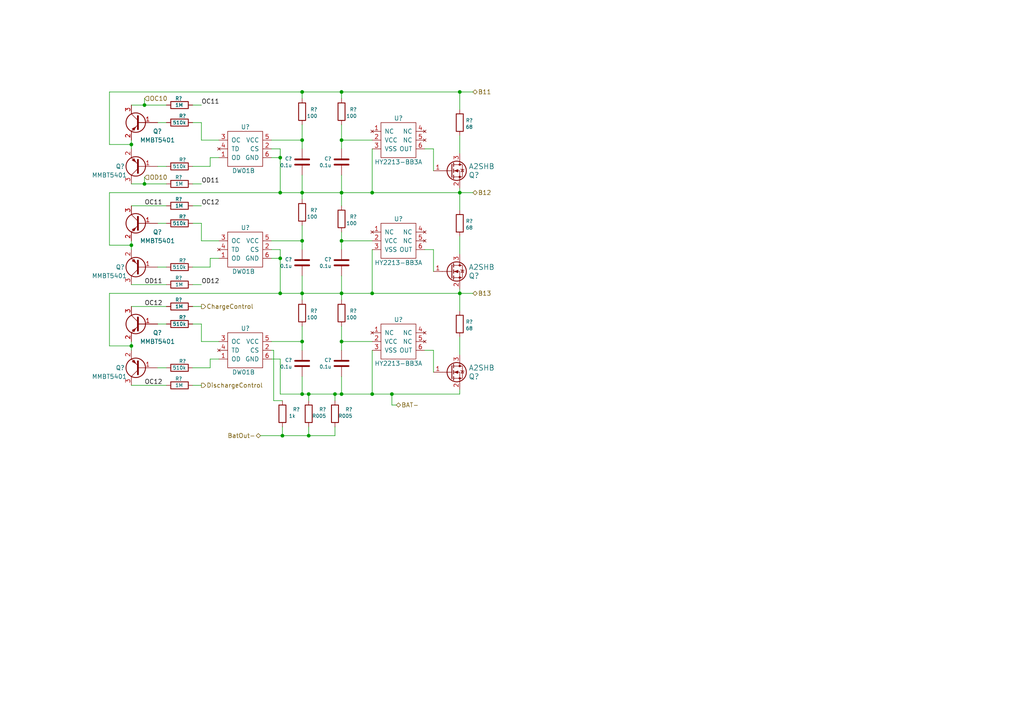
<source format=kicad_sch>
(kicad_sch (version 20230121) (generator eeschema)
  (paper "A4")
  (lib_symbols
    (symbol "Device:C" (pin_numbers hide) (pin_names (offset 0.254))
      (property "Reference" "C" (at 0.635 2.54 0))
      (property "Value" "C" (at 0.635 -2.54 0))
      (symbol "C_0_1"
        (polyline (pts (xy -2.032 -0.762) (xy 2.032 -0.762)) (stroke (width 0.508)))
        (polyline (pts (xy -2.032 0.762) (xy 2.032 0.762)) (stroke (width 0.508)))
      )
      (symbol "C_1_1"
        (pin passive line (at 0 3.81 270) (length 2.794) (name "~") (number "1"))
        (pin passive line (at 0 -3.81 90) (length 2.794) (name "~") (number "2"))
      )
    )
    (symbol "Device:Q_NMOS_GSD" (pin_names (offset 0) hide)
      (property "Reference" "Q" (at 5.08 1.27 0))
      (property "Value" "Q_NMOS_GSD" (at 5.08 -1.27 0))
      (symbol "Q_NMOS_GSD_0_1"
        (polyline (pts (xy 0.254 0) (xy -2.54 0)))
        (polyline (pts (xy 0.254 1.905) (xy 0.254 -1.905)) (stroke (width 0.254)))
        (polyline (pts (xy 0.762 -1.27) (xy 0.762 -2.286)) (stroke (width 0.254)))
        (polyline (pts (xy 0.762 0.508) (xy 0.762 -0.508)) (stroke (width 0.254)))
        (polyline (pts (xy 0.762 2.286) (xy 0.762 1.27)) (stroke (width 0.254)))
        (polyline (pts (xy 2.54 2.54) (xy 2.54 1.778)))
        (polyline (pts (xy 2.54 -2.54) (xy 2.54 0) (xy 0.762 0)))
        (polyline (pts (xy 0.762 -1.778) (xy 3.302 -1.778) (xy 3.302 1.778) (xy 0.762 1.778)))
        (polyline (pts (xy 1.016 0) (xy 2.032 0.381) (xy 2.032 -0.381) (xy 1.016 0)) (fill (type outline)))
        (polyline (pts (xy 2.794 0.508) (xy 2.921 0.381) (xy 3.683 0.381) (xy 3.81 0.254)))
        (polyline (pts (xy 3.302 0.381) (xy 2.921 -0.254) (xy 3.683 -0.254) (xy 3.302 0.381)))
        (circle (center 1.651 0) (radius 2.794) (stroke (width 0.254)))
        (circle (center 2.54 -1.778) (radius 0.254) (fill (type outline)))
        (circle (center 2.54 1.778) (radius 0.254) (fill (type outline)))
      )
      (symbol "Q_NMOS_GSD_1_1"
        (pin input line (at -5.08 0 0) (length 2.54) (name "G") (number "1"))
        (pin passive line (at 2.54 -5.08 90) (length 2.54) (name "S") (number "2"))
        (pin passive line (at 2.54 5.08 270) (length 2.54) (name "D") (number "3"))
      )
    )
    (symbol "Device:Q_PNP_BEC" (pin_names (offset 0) hide)
      (property "Reference" "Q" (at 5.08 1.27 0))
      (property "Value" "Q_PNP_BEC" (at 5.08 -1.27 0))
      (symbol "Q_PNP_BEC_0_1"
        (polyline (pts (xy 0.635 0.635) (xy 2.54 2.54)))
        (polyline (pts (xy 0.635 -0.635) (xy 2.54 -2.54) (xy 2.54 -2.54)))
        (polyline (pts (xy 0.635 1.905) (xy 0.635 -1.905) (xy 0.635 -1.905)) (stroke (width 0.508)))
        (polyline (pts (xy 2.286 -1.778) (xy 1.778 -2.286) (xy 1.27 -1.27) (xy 2.286 -1.778) (xy 2.286 -1.778)) (fill (type outline)))
        (circle (center 1.27 0) (radius 2.8194) (stroke (width 0.254)))
      )
      (symbol "Q_PNP_BEC_1_1"
        (pin input line (at -5.08 0 0) (length 5.715) (name "B") (number "1"))
        (pin passive line (at 2.54 -5.08 90) (length 2.54) (name "E") (number "2"))
        (pin passive line (at 2.54 5.08 270) (length 2.54) (name "C") (number "3"))
      )
    )
    (symbol "Device:R" (pin_numbers hide) (pin_names (offset 0))
      (property "Reference" "R" (at 2.032 0 90))
      (property "Value" "R" (at 0 0 90))
      (symbol "R_0_1"
        (rectangle (start -1.016 -2.54) (end 1.016 2.54) (stroke (width 0.254)))
      )
      (symbol "R_1_1"
        (pin passive line (at 0 3.81 270) (length 1.27) (name "~") (number "1"))
        (pin passive line (at 0 -3.81 90) (length 1.27) (name "~") (number "2"))
      )
    )
    (symbol "bms:DW01" (pin_names (offset 1.016))
      (property "Reference" "U" (at 0 0 0))
      (property "Value" "DW01" (at 0 0 0))
      (symbol "DW01_0_1"
        (rectangle (start -5.08 12.7) (end 5.08 2.54))
      )
      (symbol "DW01_1_1"
        (pin output line (at -7.62 5.08 0) (length 2.54) (name "OD") (number "1"))
        (pin input line (at 7.62 7.62 180) (length 2.54) (name "CS") (number "2"))
        (pin output line (at -7.62 10.16 0) (length 2.54) (name "OC") (number "3"))
        (pin no_connect line (at -7.62 7.62 0) (length 2.54) (name "TD") (number "4"))
        (pin power_in line (at 7.62 10.16 180) (length 2.54) (name "VCC") (number "5"))
        (pin power_in line (at 7.62 5.08 180) (length 2.54) (name "GND") (number "6"))
      )
    )
    (symbol "bms:HY2213-xxxA" (pin_names (offset 1.016))
      (property "Reference" "U" (at 0 0 0))
      (property "Value" "HY2213-xxxA" (at 0 0 0))
      (symbol "HY2213-xxxA_1_1"
        (rectangle (start -5.08 12.7) (end 5.08 2.54))
        (pin no_connect line (at -7.62 10.16 0) (length 2.54) (name "NC") (number "1"))
        (pin power_in line (at -7.62 7.62 0) (length 2.54) (name "VCC") (number "2"))
        (pin power_in line (at -7.62 5.08 0) (length 2.54) (name "VSS") (number "3"))
        (pin no_connect line (at 7.62 10.16 180) (length 2.54) (name "NC") (number "4"))
        (pin no_connect line (at 7.62 7.62 180) (length 2.54) (name "NC") (number "5"))
        (pin output line (at 7.62 5.08 180) (length 2.54) (name "OUT") (number "6"))
      )
    )
  )
  (junction (at 38.1 71.12))
  (junction (at 133.35 85.09))
  (junction (at 38.1 41.91))
  (junction (at 87.63 85.09))
  (junction (at 107.95 85.09))
  (junction (at 87.63 55.88))
  (junction (at 41.91 53.34))
  (junction (at 113.665 114.3))
  (junction (at 99.06 55.88))
  (junction (at 107.95 55.88))
  (junction (at 99.06 26.67))
  (junction (at 81.915 126.365))
  (junction (at 87.63 26.67))
  (junction (at 133.35 26.67))
  (junction (at 81.28 74.93))
  (junction (at 99.06 99.06))
  (junction (at 81.28 85.09))
  (junction (at 38.1 100.33))
  (junction (at 87.63 69.85))
  (junction (at 89.535 126.365))
  (junction (at 99.06 69.85))
  (junction (at 107.95 114.3))
  (junction (at 97.155 114.3))
  (junction (at 87.63 99.06))
  (junction (at 87.63 114.3))
  (junction (at 81.28 55.88))
  (junction (at 99.06 114.3))
  (junction (at 81.28 45.72))
  (junction (at 89.535 114.3))
  (junction (at 87.63 40.64))
  (junction (at 41.91 30.48))
  (junction (at 99.06 85.09))
  (junction (at 99.06 40.64))
  (junction (at 133.35 55.88))
  (wire (pts (xy 99.06 94.615) (xy 99.06 99.06)))
  (wire (pts (xy 75.565 126.365) (xy 81.915 126.365)))
  (wire (pts (xy 133.35 68.58) (xy 133.35 73.66)))
  (wire (pts (xy 107.95 85.09) (xy 133.35 85.09)))
  (wire (pts (xy 31.75 41.91) (xy 38.1 41.91)))
  (wire (pts (xy 60.96 74.93) (xy 60.96 77.47)))
  (wire (pts (xy 78.74 74.93) (xy 81.28 74.93)))
  (wire (pts (xy 99.06 99.06) (xy 107.95 99.06)))
  (wire (pts (xy 99.06 59.69) (xy 99.06 55.88)))
  (wire (pts (xy 38.1 71.12) (xy 38.1 69.85)))
  (wire (pts (xy 31.75 26.67) (xy 31.75 41.91)))
  (wire (pts (xy 41.91 30.48) (xy 48.26 30.48)))
  (wire (pts (xy 60.96 45.72) (xy 60.96 48.26)))
  (wire (pts (xy 38.1 41.91) (xy 38.1 40.64)))
  (wire (pts (xy 78.74 40.64) (xy 87.63 40.64)))
  (wire (pts (xy 31.75 55.88) (xy 81.28 55.88)))
  (wire (pts (xy 45.72 35.56) (xy 48.26 35.56)))
  (wire (pts (xy 55.88 77.47) (xy 60.96 77.47)))
  (wire (pts (xy 107.95 114.3) (xy 113.665 114.3)))
  (wire (pts (xy 97.155 114.3) (xy 99.06 114.3)))
  (wire (pts (xy 87.63 50.8) (xy 87.63 55.88)))
  (wire (pts (xy 87.63 40.64) (xy 87.63 43.18)))
  (wire (pts (xy 38.1 59.69) (xy 48.26 59.69)))
  (wire (pts (xy 55.88 35.56) (xy 58.42 35.56)))
  (wire (pts (xy 99.06 26.67) (xy 133.35 26.67)))
  (wire (pts (xy 38.1 41.91) (xy 38.1 43.18)))
  (wire (pts (xy 38.1 88.9) (xy 48.26 88.9)))
  (wire (pts (xy 99.06 28.575) (xy 99.06 26.67)))
  (wire (pts (xy 81.28 55.88) (xy 87.63 55.88)))
  (wire (pts (xy 113.665 117.475) (xy 114.935 117.475)))
  (wire (pts (xy 125.73 49.53) (xy 125.73 43.18)))
  (wire (pts (xy 81.28 85.09) (xy 87.63 85.09)))
  (wire (pts (xy 87.63 85.09) (xy 99.06 85.09)))
  (wire (pts (xy 63.5 104.14) (xy 60.96 104.14)))
  (wire (pts (xy 99.06 85.09) (xy 107.95 85.09)))
  (wire (pts (xy 58.42 40.64) (xy 63.5 40.64)))
  (wire (pts (xy 45.72 93.98) (xy 48.26 93.98)))
  (wire (pts (xy 107.95 85.09) (xy 107.95 72.39)))
  (wire (pts (xy 133.35 113.03) (xy 133.35 114.3)))
  (wire (pts (xy 81.28 104.14) (xy 81.28 114.3)))
  (wire (pts (xy 133.35 55.88) (xy 137.16 55.88)))
  (wire (pts (xy 45.72 48.26) (xy 48.26 48.26)))
  (wire (pts (xy 99.06 114.3) (xy 107.95 114.3)))
  (wire (pts (xy 99.06 40.64) (xy 107.95 40.64)))
  (wire (pts (xy 58.42 64.77) (xy 58.42 69.85)))
  (wire (pts (xy 99.06 36.195) (xy 99.06 40.64)))
  (wire (pts (xy 133.35 55.88) (xy 133.35 60.96)))
  (wire (pts (xy 107.95 55.88) (xy 107.95 43.18)))
  (wire (pts (xy 31.75 26.67) (xy 87.63 26.67)))
  (wire (pts (xy 31.75 85.09) (xy 31.75 100.33)))
  (wire (pts (xy 133.35 54.61) (xy 133.35 55.88)))
  (wire (pts (xy 31.75 85.09) (xy 81.28 85.09)))
  (wire (pts (xy 55.88 53.34) (xy 58.42 53.34)))
  (wire (pts (xy 58.42 93.98) (xy 58.42 99.06)))
  (wire (pts (xy 87.63 80.01) (xy 87.63 85.09)))
  (wire (pts (xy 87.63 69.85) (xy 87.63 72.39)))
  (wire (pts (xy 133.35 26.67) (xy 137.16 26.67)))
  (wire (pts (xy 87.63 85.09) (xy 87.63 86.995)))
  (wire (pts (xy 41.91 28.575) (xy 41.91 30.48)))
  (wire (pts (xy 89.535 123.825) (xy 89.535 126.365)))
  (wire (pts (xy 55.88 111.76) (xy 58.42 111.76)))
  (wire (pts (xy 87.63 94.615) (xy 87.63 99.06)))
  (wire (pts (xy 87.63 65.405) (xy 87.63 69.85)))
  (wire (pts (xy 113.665 114.3) (xy 113.665 117.475)))
  (wire (pts (xy 87.63 114.3) (xy 89.535 114.3)))
  (wire (pts (xy 99.06 69.85) (xy 99.06 72.39)))
  (wire (pts (xy 45.72 106.68) (xy 48.26 106.68)))
  (wire (pts (xy 99.06 69.85) (xy 107.95 69.85)))
  (wire (pts (xy 41.91 53.34) (xy 48.26 53.34)))
  (wire (pts (xy 58.42 99.06) (xy 63.5 99.06)))
  (wire (pts (xy 87.63 36.195) (xy 87.63 40.64)))
  (wire (pts (xy 99.06 109.22) (xy 99.06 114.3)))
  (wire (pts (xy 99.06 50.8) (xy 99.06 55.88)))
  (wire (pts (xy 38.1 100.33) (xy 38.1 101.6)))
  (wire (pts (xy 38.1 71.12) (xy 38.1 72.39)))
  (wire (pts (xy 55.88 106.68) (xy 60.96 106.68)))
  (wire (pts (xy 87.63 109.22) (xy 87.63 114.3)))
  (wire (pts (xy 55.88 88.9) (xy 58.42 88.9)))
  (wire (pts (xy 99.06 80.01) (xy 99.06 85.09)))
  (wire (pts (xy 89.535 114.3) (xy 89.535 116.205)))
  (wire (pts (xy 63.5 45.72) (xy 60.96 45.72)))
  (wire (pts (xy 87.63 26.67) (xy 87.63 28.575)))
  (wire (pts (xy 81.28 72.39) (xy 81.28 74.93)))
  (wire (pts (xy 55.88 48.26) (xy 60.96 48.26)))
  (wire (pts (xy 133.35 39.37) (xy 133.35 44.45)))
  (wire (pts (xy 87.63 99.06) (xy 87.63 101.6)))
  (wire (pts (xy 89.535 114.3) (xy 97.155 114.3)))
  (wire (pts (xy 81.28 74.93) (xy 81.28 85.09)))
  (wire (pts (xy 97.155 114.3) (xy 97.155 116.205)))
  (wire (pts (xy 125.73 78.74) (xy 125.73 72.39)))
  (wire (pts (xy 38.1 82.55) (xy 48.26 82.55)))
  (wire (pts (xy 107.95 114.3) (xy 107.95 101.6)))
  (wire (pts (xy 55.88 59.69) (xy 58.42 59.69)))
  (wire (pts (xy 78.74 43.18) (xy 81.28 43.18)))
  (wire (pts (xy 31.75 71.12) (xy 38.1 71.12)))
  (wire (pts (xy 133.35 26.67) (xy 133.35 31.75)))
  (wire (pts (xy 31.75 55.88) (xy 31.75 71.12)))
  (wire (pts (xy 78.74 101.6) (xy 79.375 101.6)))
  (wire (pts (xy 63.5 74.93) (xy 60.96 74.93)))
  (wire (pts (xy 133.35 85.09) (xy 137.16 85.09)))
  (wire (pts (xy 55.88 82.55) (xy 58.42 82.55)))
  (wire (pts (xy 58.42 35.56) (xy 58.42 40.64)))
  (wire (pts (xy 125.73 72.39) (xy 123.19 72.39)))
  (wire (pts (xy 87.63 55.88) (xy 99.06 55.88)))
  (wire (pts (xy 45.72 77.47) (xy 48.26 77.47)))
  (wire (pts (xy 99.06 55.88) (xy 107.95 55.88)))
  (wire (pts (xy 113.665 114.3) (xy 133.35 114.3)))
  (wire (pts (xy 133.35 97.79) (xy 133.35 102.87)))
  (wire (pts (xy 81.915 123.825) (xy 81.915 126.365)))
  (wire (pts (xy 81.28 114.3) (xy 87.63 114.3)))
  (wire (pts (xy 81.915 126.365) (xy 89.535 126.365)))
  (wire (pts (xy 38.1 100.33) (xy 38.1 99.06)))
  (wire (pts (xy 55.88 64.77) (xy 58.42 64.77)))
  (wire (pts (xy 58.42 69.85) (xy 63.5 69.85)))
  (wire (pts (xy 99.06 40.64) (xy 99.06 43.18)))
  (wire (pts (xy 60.96 104.14) (xy 60.96 106.68)))
  (wire (pts (xy 99.06 86.995) (xy 99.06 85.09)))
  (wire (pts (xy 133.35 85.09) (xy 133.35 90.17)))
  (wire (pts (xy 78.74 69.85) (xy 87.63 69.85)))
  (wire (pts (xy 81.28 45.72) (xy 81.28 55.88)))
  (wire (pts (xy 125.73 43.18) (xy 123.19 43.18)))
  (wire (pts (xy 107.95 55.88) (xy 133.35 55.88)))
  (wire (pts (xy 99.06 99.06) (xy 99.06 101.6)))
  (wire (pts (xy 38.1 111.76) (xy 48.26 111.76)))
  (wire (pts (xy 78.74 72.39) (xy 81.28 72.39)))
  (wire (pts (xy 78.74 99.06) (xy 87.63 99.06)))
  (wire (pts (xy 87.63 26.67) (xy 99.06 26.67)))
  (wire (pts (xy 133.35 83.82) (xy 133.35 85.09)))
  (wire (pts (xy 79.375 116.205) (xy 81.915 116.205)))
  (wire (pts (xy 78.74 104.14) (xy 81.28 104.14)))
  (wire (pts (xy 78.74 45.72) (xy 81.28 45.72)))
  (wire (pts (xy 38.1 53.34) (xy 41.91 53.34)))
  (wire (pts (xy 41.91 51.435) (xy 41.91 53.34)))
  (wire (pts (xy 38.1 30.48) (xy 41.91 30.48)))
  (wire (pts (xy 45.72 64.77) (xy 48.26 64.77)))
  (wire (pts (xy 125.73 101.6) (xy 123.19 101.6)))
  (wire (pts (xy 81.28 43.18) (xy 81.28 45.72)))
  (wire (pts (xy 89.535 126.365) (xy 97.155 126.365)))
  (wire (pts (xy 55.88 93.98) (xy 58.42 93.98)))
  (wire (pts (xy 79.375 101.6) (xy 79.375 116.205)))
  (wire (pts (xy 99.06 67.31) (xy 99.06 69.85)))
  (wire (pts (xy 31.75 100.33) (xy 38.1 100.33)))
  (wire (pts (xy 55.88 30.48) (xy 58.42 30.48)))
  (wire (pts (xy 125.73 107.95) (xy 125.73 101.6)))
  (wire (pts (xy 87.63 55.88) (xy 87.63 57.785)))
  (wire (pts (xy 97.155 123.825) (xy 97.155 126.365)))
  (label "OC11" (at 41.91 59.69 0))
  (label "OD11" (at 58.42 53.34 0))
  (label "OC12" (at 41.91 111.76 0))
  (label "OC12" (at 58.42 59.69 0))
  (label "OD12" (at 58.42 82.55 0))
  (label "OC12" (at 41.91 88.9 0))
  (label "OD11" (at 41.91 82.55 0))
  (label "OC11" (at 58.42 30.48 0))
  (hierarchical_label "BatOut-" (shape bidirectional) (at 75.565 126.365 180))
  (hierarchical_label "B13" (shape bidirectional) (at 137.16 85.09 0))
  (hierarchical_label "B12" (shape bidirectional) (at 137.16 55.88 0))
  (hierarchical_label "BAT-" (shape bidirectional) (at 114.935 117.475 0))
  (hierarchical_label "B11" (shape bidirectional) (at 137.16 26.67 0))
  (hierarchical_label "OD10" (shape input) (at 41.91 51.435 0))
  (hierarchical_label "ChargeControl" (shape output) (at 58.42 88.9 0))
  (hierarchical_label "DischargeControl" (shape output) (at 58.42 111.76 0))
  (hierarchical_label "OC10" (shape input) (at 41.91 28.575 0))
  (symbol (lib_id "Device:R") (at 99.06 63.5 0) (mirror y) (unit 1)
    (property "Reference" "R?" (at 103.505 62.865 0) (effects (font (size 1.016 1.016)) (justify left)))
    (property "Value" "100" (at 103.505 64.77 0) (effects (font (size 1.016 1.016)) (justify left)))
    (property "Footprint" "Resistor_SMD:R_0603_1608Metric" (effects hide))
    (property "Label" "101" (effects hide))
    (instances (project "eboardx_bms" (path "" (reference "R?") (unit 1)) (path "" (reference "R?") (unit 1)) (path "" (reference "R25") (unit 1))))
  )
  (symbol (lib_id "Device:C") (at 99.06 46.99 0) (mirror y) (unit 1)
    (property "Reference" "C?" (at 96.139 46.0248 0) (effects (font (size 1.016 1.016)) (justify left)))
    (property "Value" "0.1u" (at 96.139 47.9552 0) (effects (font (size 1.016 1.016)) (justify left)))
    (property "Footprint" "Capacitor_SMD:C_0603_1608Metric" (effects hide))
    (instances (project "eboardx_bms" (path "" (reference "C?") (unit 1)) (path "" (reference "C?") (unit 1)) (path "" (reference "C24") (unit 1))))
  )
  (symbol (lib_id "Device:C") (at 87.63 105.41 0) (mirror y) (unit 1)
    (property "Reference" "C?" (at 84.709 104.4448 0) (effects (font (size 1.016 1.016)) (justify left)))
    (property "Value" "0.1u" (at 84.709 106.3752 0) (effects (font (size 1.016 1.016)) (justify left)))
    (property "Footprint" "Capacitor_SMD:C_0603_1608Metric" (effects hide))
    (instances (project "eboardx_bms" (path "" (reference "C?") (unit 1)) (path "" (reference "C?") (unit 1)) (path "" (reference "C13") (unit 1))))
  )
  (symbol (lib_id "bms:HY2213-xxxA") (at 115.57 106.68 0) (unit 1)
    (property "Reference" "U?" (at 115.57 92.71 0))
    (property "Value" "HY2213-BB3A" (at 115.57 105.41 0))
    (property "Footprint" "Package_TO_SOT_SMD:SOT-23-6" (effects hide))
    (instances (project "eboardx_bms" (path "" (reference "U?") (unit 1)) (path "" (reference "U?") (unit 1)) (path "" (reference "U26") (unit 1))))
  )
  (symbol (lib_id "Device:R") (at 133.35 64.77 0) (mirror y) (unit 1)
    (property "Reference" "R?" (at 137.16 64.135 0) (effects (font (size 1.016 1.016)) (justify left)))
    (property "Value" "68" (at 137.16 66.04 0) (effects (font (size 1.016 1.016)) (justify left)))
    (property "Footprint" "Resistor_SMD:R_2512_6332Metric" (effects hide))
    (property "Label" "680" (effects hide))
    (instances (project "eboardx_bms" (path "" (reference "R?") (unit 1)) (path "" (reference "R?") (unit 1)) (path "" (reference "R38") (unit 1))))
  )
  (symbol (lib_id "bms:DW01") (at 71.12 50.8 0) (unit 1)
    (property "Reference" "U?" (at 69.85 36.83 0) (effects (justify left)))
    (property "Value" "DW01B" (at 67.31 49.53 0) (effects (justify left)))
    (property "Footprint" "Package_TO_SOT_SMD:SOT-23-6" (effects hide))
    (instances (project "eboardx_bms" (path "" (reference "U?") (unit 1)) (path "" (reference "U?") (unit 1)) (path "" (reference "U11") (unit 1))))
  )
  (symbol (lib_id "Device:Q_PNP_BEC") (at 40.64 93.98 0) (mirror y) (unit 1)
    (property "Reference" "Q?" (at 46.99 96.52 0) (effects (justify left)))
    (property "Value" "MMBT5401" (at 50.8 99.06 0) (effects (justify left)))
    (property "Footprint" "Package_TO_SOT_SMD:SOT-23" (effects hide))
    (instances (project "eboardx_bms" (path "" (reference "Q?") (unit 1)) (path "" (reference "Q?") (unit 1)) (path "" (reference "Q48") (unit 1))))
  )
  (symbol (lib_id "Device:R") (at 52.07 93.98 90) (unit 1)
    (property "Reference" "R?" (at 53.975 92.075 90) (effects (font (size 1.016 1.016)) (justify left)))
    (property "Value" "510k" (at 53.975 93.98 90) (effects (font (size 1.016 1.016)) (justify left)))
    (property "Footprint" "Resistor_SMD:R_0603_1608Metric" (effects hide))
    (property "Label" "514" (effects hide))
    (instances (project "eboardx_bms" (path "" (reference "R?") (unit 1)) (path "" (reference "R?") (unit 1)) (path "" (reference "R64") (unit 1))))
  )
  (symbol (lib_id "Device:R") (at 52.07 35.56 90) (unit 1)
    (property "Reference" "R?" (at 53.975 33.655 90) (effects (font (size 1.016 1.016)) (justify left)))
    (property "Value" "510k" (at 53.975 35.56 90) (effects (font (size 1.016 1.016)) (justify left)))
    (property "Footprint" "Resistor_SMD:R_0603_1608Metric" (effects hide))
    (property "Label" "514" (effects hide))
    (instances (project "eboardx_bms" (path "" (reference "R?") (unit 1)) (path "" (reference "R?") (unit 1)) (path "" (reference "R60") (unit 1))))
  )
  (symbol (lib_id "Device:R") (at 52.07 64.77 90) (unit 1)
    (property "Reference" "R?" (at 53.975 62.865 90) (effects (font (size 1.016 1.016)) (justify left)))
    (property "Value" "510k" (at 53.975 64.77 90) (effects (font (size 1.016 1.016)) (justify left)))
    (property "Footprint" "Resistor_SMD:R_0603_1608Metric" (effects hide))
    (property "Label" "514" (effects hide))
    (instances (project "eboardx_bms" (path "" (reference "R?") (unit 1)) (path "" (reference "R?") (unit 1)) (path "" (reference "R62") (unit 1))))
  )
  (symbol (lib_id "Device:R") (at 52.07 48.26 90) (unit 1)
    (property "Reference" "R?" (at 53.975 46.355 90) (effects (font (size 1.016 1.016)) (justify left)))
    (property "Value" "510k" (at 53.975 48.26 90) (effects (font (size 1.016 1.016)) (justify left)))
    (property "Footprint" "Resistor_SMD:R_0603_1608Metric" (effects hide))
    (property "Label" "514" (effects hide))
    (instances (project "eboardx_bms" (path "" (reference "R?") (unit 1)) (path "" (reference "R?") (unit 1)) (path "" (reference "R61") (unit 1))))
  )
  (symbol (lib_id "Device:C") (at 87.63 76.2 0) (mirror y) (unit 1)
    (property "Reference" "C?" (at 84.709 75.2348 0) (effects (font (size 1.016 1.016)) (justify left)))
    (property "Value" "0.1u" (at 84.709 77.1652 0) (effects (font (size 1.016 1.016)) (justify left)))
    (property "Footprint" "Capacitor_SMD:C_0603_1608Metric" (effects hide))
    (instances (project "eboardx_bms" (path "" (reference "C?") (unit 1)) (path "" (reference "C?") (unit 1)) (path "" (reference "C12") (unit 1))))
  )
  (symbol (lib_id "Device:Q_NMOS_GSD") (at 130.81 107.95 0) (unit 1)
    (property "Reference" "Q?" (at 135.89 109.22 0) (effects (font (size 1.524 1.524)) (justify left)))
    (property "Value" "A2SHB" (at 135.89 106.68 0) (effects (font (size 1.524 1.524)) (justify left)))
    (property "Footprint" "Package_TO_SOT_SMD:SOT-23" (effects hide))
    (instances (project "eboardx_bms" (path "" (reference "Q?") (unit 1)) (path "" (reference "Q?") (unit 1)) (path "" (reference "Q23") (unit 1))))
  )
  (symbol (lib_id "Device:R") (at 52.07 82.55 270) (mirror x) (unit 1)
    (property "Reference" "R?" (at 50.8 80.645 90) (effects (font (size 1.016 1.016)) (justify left)))
    (property "Value" "1M" (at 50.8 82.55 90) (effects (font (size 1.016 1.016)) (justify left)))
    (property "Footprint" "Resistor_SMD:R_0603_1608Metric" (effects hide))
    (property "Label" "105" (effects hide))
    (instances (project "eboardx_bms" (path "" (reference "R?") (unit 1)) (path "" (reference "R?") (unit 1)) (path "" (reference "R89") (unit 1))))
  )
  (symbol (lib_id "Device:R") (at 52.07 106.68 90) (unit 1)
    (property "Reference" "R?" (at 53.975 104.775 90) (effects (font (size 1.016 1.016)) (justify left)))
    (property "Value" "510k" (at 53.975 106.68 90) (effects (font (size 1.016 1.016)) (justify left)))
    (property "Footprint" "Resistor_SMD:R_0603_1608Metric" (effects hide))
    (property "Label" "514" (effects hide))
    (instances (project "eboardx_bms" (path "" (reference "R?") (unit 1)) (path "" (reference "R?") (unit 1)) (path "" (reference "R65") (unit 1))))
  )
  (symbol (lib_id "Device:Q_PNP_BEC") (at 40.64 35.56 0) (mirror y) (unit 1)
    (property "Reference" "Q?" (at 46.99 38.1 0) (effects (justify left)))
    (property "Value" "MMBT5401" (at 50.8 40.64 0) (effects (justify left)))
    (property "Footprint" "Package_TO_SOT_SMD:SOT-23" (effects hide))
    (instances (project "eboardx_bms" (path "" (reference "Q?") (unit 1)) (path "" (reference "Q?") (unit 1)) (path "" (reference "Q44") (unit 1))))
  )
  (symbol (lib_id "Device:Q_PNP_BEC") (at 40.64 77.47 180) (unit 1)
    (property "Reference" "Q?" (at 36.195 77.47 0) (effects (justify left)))
    (property "Value" "MMBT5401" (at 36.83 80.01 0) (effects (justify left)))
    (property "Footprint" "Package_TO_SOT_SMD:SOT-23" (effects hide))
    (instances (project "eboardx_bms" (path "" (reference "Q?") (unit 1)) (path "" (reference "Q?") (unit 1)) (path "" (reference "Q47") (unit 1))))
  )
  (symbol (lib_id "Device:Q_NMOS_GSD") (at 130.81 49.53 0) (unit 1)
    (property "Reference" "Q?" (at 135.89 50.8 0) (effects (font (size 1.524 1.524)) (justify left)))
    (property "Value" "A2SHB" (at 135.89 48.26 0) (effects (font (size 1.524 1.524)) (justify left)))
    (property "Footprint" "Package_TO_SOT_SMD:SOT-23" (effects hide))
    (instances (project "eboardx_bms" (path "" (reference "Q?") (unit 1)) (path "" (reference "Q?") (unit 1)) (path "" (reference "Q21") (unit 1))))
  )
  (symbol (lib_id "Device:Q_PNP_BEC") (at 40.64 48.26 180) (unit 1)
    (property "Reference" "Q?" (at 36.195 48.26 0) (effects (justify left)))
    (property "Value" "MMBT5401" (at 36.83 50.8 0) (effects (justify left)))
    (property "Footprint" "Package_TO_SOT_SMD:SOT-23" (effects hide))
    (instances (project "eboardx_bms" (path "" (reference "Q?") (unit 1)) (path "" (reference "Q?") (unit 1)) (path "" (reference "Q45") (unit 1))))
  )
  (symbol (lib_id "Device:R") (at 52.07 53.34 270) (mirror x) (unit 1)
    (property "Reference" "R?" (at 50.8 51.435 90) (effects (font (size 1.016 1.016)) (justify left)))
    (property "Value" "1M" (at 50.8 53.34 90) (effects (font (size 1.016 1.016)) (justify left)))
    (property "Footprint" "Resistor_SMD:R_0603_1608Metric" (effects hide))
    (property "Label" "105" (effects hide))
    (instances (project "eboardx_bms" (path "" (reference "R?") (unit 1)) (path "" (reference "R?") (unit 1)) (path "" (reference "R87") (unit 1))))
  )
  (symbol (lib_id "Device:R") (at 97.155 120.015 0) (mirror y) (unit 1)
    (property "Reference" "R?" (at 102.235 118.745 0) (effects (font (size 1.016 1.016)) (justify left)))
    (property "Value" "R005" (at 102.235 120.65 0) (effects (font (size 1.016 1.016)) (justify left)))
    (property "Footprint" "Resistor_SMD:R_2512_6332Metric" (effects hide))
    (instances (project "eboardx_bms" (path "" (reference "R?") (unit 1)) (path "" (reference "R?") (unit 1)) (path "" (reference "R103") (unit 1))))
  )
  (symbol (lib_id "Device:C") (at 99.06 105.41 0) (mirror y) (unit 1)
    (property "Reference" "C?" (at 96.139 104.4448 0) (effects (font (size 1.016 1.016)) (justify left)))
    (property "Value" "0.1u" (at 96.139 106.3752 0) (effects (font (size 1.016 1.016)) (justify left)))
    (property "Footprint" "Capacitor_SMD:C_0603_1608Metric" (effects hide))
    (instances (project "eboardx_bms" (path "" (reference "C?") (unit 1)) (path "" (reference "C?") (unit 1)) (path "" (reference "C26") (unit 1))))
  )
  (symbol (lib_id "Device:R") (at 89.535 120.015 0) (mirror y) (unit 1)
    (property "Reference" "R?" (at 94.615 118.745 0) (effects (font (size 1.016 1.016)) (justify left)))
    (property "Value" "R005" (at 94.615 120.65 0) (effects (font (size 1.016 1.016)) (justify left)))
    (property "Footprint" "Resistor_SMD:R_2512_6332Metric" (effects hide))
    (instances (project "eboardx_bms" (path "" (reference "R?") (unit 1)) (path "" (reference "R?") (unit 1)) (path "" (reference "R102") (unit 1))))
  )
  (symbol (lib_id "Device:R") (at 133.35 35.56 0) (mirror y) (unit 1)
    (property "Reference" "R?" (at 137.16 34.925 0) (effects (font (size 1.016 1.016)) (justify left)))
    (property "Value" "68" (at 137.16 36.83 0) (effects (font (size 1.016 1.016)) (justify left)))
    (property "Footprint" "Resistor_SMD:R_2512_6332Metric" (effects hide))
    (property "Label" "680" (effects hide))
    (instances (project "eboardx_bms" (path "" (reference "R?") (unit 1)) (path "" (reference "R?") (unit 1)) (path "" (reference "R37") (unit 1))))
  )
  (symbol (lib_id "Device:R") (at 52.07 30.48 270) (mirror x) (unit 1)
    (property "Reference" "R?" (at 50.8 28.575 90) (effects (font (size 1.016 1.016)) (justify left)))
    (property "Value" "1M" (at 50.8 30.48 90) (effects (font (size 1.016 1.016)) (justify left)))
    (property "Footprint" "Resistor_SMD:R_0603_1608Metric" (effects hide))
    (property "Label" "105" (effects hide))
    (instances (project "eboardx_bms" (path "" (reference "R?") (unit 1)) (path "" (reference "R?") (unit 1)) (path "" (reference "R86") (unit 1))))
  )
  (symbol (lib_id "Device:R") (at 133.35 93.98 0) (mirror y) (unit 1)
    (property "Reference" "R?" (at 137.16 93.345 0) (effects (font (size 1.016 1.016)) (justify left)))
    (property "Value" "68" (at 137.16 95.25 0) (effects (font (size 1.016 1.016)) (justify left)))
    (property "Footprint" "Resistor_SMD:R_2512_6332Metric" (effects hide))
    (property "Label" "680" (effects hide))
    (instances (project "eboardx_bms" (path "" (reference "R?") (unit 1)) (path "" (reference "R?") (unit 1)) (path "" (reference "R39") (unit 1))))
  )
  (symbol (lib_id "bms:HY2213-xxxA") (at 115.57 77.47 0) (unit 1)
    (property "Reference" "U?" (at 115.57 63.5 0))
    (property "Value" "HY2213-BB3A" (at 115.57 76.2 0))
    (property "Footprint" "Package_TO_SOT_SMD:SOT-23-6" (effects hide))
    (instances (project "eboardx_bms" (path "" (reference "U?") (unit 1)) (path "" (reference "U?") (unit 1)) (path "" (reference "U25") (unit 1))))
  )
  (symbol (lib_id "Device:R") (at 87.63 90.805 0) (mirror y) (unit 1)
    (property "Reference" "R?" (at 92.075 90.17 0) (effects (font (size 1.016 1.016)) (justify left)))
    (property "Value" "100" (at 92.075 92.075 0) (effects (font (size 1.016 1.016)) (justify left)))
    (property "Footprint" "Resistor_SMD:R_0603_1608Metric" (effects hide))
    (property "Label" "101" (effects hide))
    (instances (project "eboardx_bms" (path "" (reference "R?") (unit 1)) (path "" (reference "R?") (unit 1)) (path "" (reference "R13") (unit 1))))
  )
  (symbol (lib_id "Device:C") (at 87.63 46.99 0) (mirror y) (unit 1)
    (property "Reference" "C?" (at 84.709 46.0248 0) (effects (font (size 1.016 1.016)) (justify left)))
    (property "Value" "0.1u" (at 84.709 47.9552 0) (effects (font (size 1.016 1.016)) (justify left)))
    (property "Footprint" "Capacitor_SMD:C_0603_1608Metric" (effects hide))
    (instances (project "eboardx_bms" (path "" (reference "C?") (unit 1)) (path "" (reference "C?") (unit 1)) (path "" (reference "C11") (unit 1))))
  )
  (symbol (lib_id "Device:R") (at 87.63 32.385 0) (mirror y) (unit 1)
    (property "Reference" "R?" (at 92.075 31.75 0) (effects (font (size 1.016 1.016)) (justify left)))
    (property "Value" "100" (at 92.075 33.655 0) (effects (font (size 1.016 1.016)) (justify left)))
    (property "Footprint" "Resistor_SMD:R_0603_1608Metric" (effects hide))
    (property "Label" "101" (effects hide))
    (instances (project "eboardx_bms" (path "" (reference "R?") (unit 1)) (path "" (reference "R?") (unit 1)) (path "" (reference "R11") (unit 1))))
  )
  (symbol (lib_id "Device:R") (at 87.63 61.595 0) (mirror y) (unit 1)
    (property "Reference" "R?" (at 92.075 60.96 0) (effects (font (size 1.016 1.016)) (justify left)))
    (property "Value" "100" (at 92.075 62.865 0) (effects (font (size 1.016 1.016)) (justify left)))
    (property "Footprint" "Resistor_SMD:R_0603_1608Metric" (effects hide))
    (property "Label" "101" (effects hide))
    (instances (project "eboardx_bms" (path "" (reference "R?") (unit 1)) (path "" (reference "R?") (unit 1)) (path "" (reference "R12") (unit 1))))
  )
  (symbol (lib_id "Device:Q_PNP_BEC") (at 40.64 106.68 180) (unit 1)
    (property "Reference" "Q?" (at 36.195 106.68 0) (effects (justify left)))
    (property "Value" "MMBT5401" (at 36.83 109.22 0) (effects (justify left)))
    (property "Footprint" "Package_TO_SOT_SMD:SOT-23" (effects hide))
    (instances (project "eboardx_bms" (path "" (reference "Q?") (unit 1)) (path "" (reference "Q?") (unit 1)) (path "" (reference "Q49") (unit 1))))
  )
  (symbol (lib_id "Device:R") (at 52.07 111.76 270) (mirror x) (unit 1)
    (property "Reference" "R?" (at 50.8 109.855 90) (effects (font (size 1.016 1.016)) (justify left)))
    (property "Value" "1M" (at 50.8 111.76 90) (effects (font (size 1.016 1.016)) (justify left)))
    (property "Footprint" "Resistor_SMD:R_0603_1608Metric" (effects hide))
    (property "Label" "105" (effects hide))
    (instances (project "eboardx_bms" (path "" (reference "R?") (unit 1)) (path "" (reference "R?") (unit 1)) (path "" (reference "R91") (unit 1))))
  )
  (symbol (lib_id "Device:Q_NMOS_GSD") (at 130.81 78.74 0) (unit 1)
    (property "Reference" "Q?" (at 135.89 80.01 0) (effects (font (size 1.524 1.524)) (justify left)))
    (property "Value" "A2SHB" (at 135.89 77.47 0) (effects (font (size 1.524 1.524)) (justify left)))
    (property "Footprint" "Package_TO_SOT_SMD:SOT-23" (effects hide))
    (instances (project "eboardx_bms" (path "" (reference "Q?") (unit 1)) (path "" (reference "Q?") (unit 1)) (path "" (reference "Q22") (unit 1))))
  )
  (symbol (lib_id "bms:HY2213-xxxA") (at 115.57 48.26 0) (unit 1)
    (property "Reference" "U?" (at 115.57 34.29 0))
    (property "Value" "HY2213-BB3A" (at 115.57 46.99 0))
    (property "Footprint" "Package_TO_SOT_SMD:SOT-23-6" (effects hide))
    (instances (project "eboardx_bms" (path "" (reference "U?") (unit 1)) (path "" (reference "U?") (unit 1)) (path "" (reference "U24") (unit 1))))
  )
  (symbol (lib_id "Device:Q_PNP_BEC") (at 40.64 64.77 0) (mirror y) (unit 1)
    (property "Reference" "Q?" (at 46.99 67.31 0) (effects (justify left)))
    (property "Value" "MMBT5401" (at 50.8 69.85 0) (effects (justify left)))
    (property "Footprint" "Package_TO_SOT_SMD:SOT-23" (effects hide))
    (instances (project "eboardx_bms" (path "" (reference "Q?") (unit 1)) (path "" (reference "Q?") (unit 1)) (path "" (reference "Q46") (unit 1))))
  )
  (symbol (lib_id "Device:R") (at 52.07 59.69 270) (mirror x) (unit 1)
    (property "Reference" "R?" (at 50.8 57.785 90) (effects (font (size 1.016 1.016)) (justify left)))
    (property "Value" "1M" (at 50.8 59.69 90) (effects (font (size 1.016 1.016)) (justify left)))
    (property "Footprint" "Resistor_SMD:R_0603_1608Metric" (effects hide))
    (property "Label" "105" (effects hide))
    (instances (project "eboardx_bms" (path "" (reference "R?") (unit 1)) (path "" (reference "R?") (unit 1)) (path "" (reference "R88") (unit 1))))
  )
  (symbol (lib_id "Device:R") (at 81.915 120.015 0) (mirror y) (unit 1)
    (property "Reference" "R?" (at 86.995 118.745 0) (effects (font (size 1.016 1.016)) (justify left)))
    (property "Value" "1k" (at 85.725 120.65 0) (effects (font (size 1.016 1.016)) (justify left)))
    (property "Footprint" "Resistor_SMD:R_0603_1608Metric" (effects hide))
    (property "Label" "101" (effects hide))
    (instances (project "eboardx_bms" (path "" (reference "R?") (unit 1)) (path "" (reference "R?") (unit 1)) (path "" (reference "R101") (unit 1))))
  )
  (symbol (lib_id "Device:R") (at 52.07 77.47 90) (unit 1)
    (property "Reference" "R?" (at 53.975 75.565 90) (effects (font (size 1.016 1.016)) (justify left)))
    (property "Value" "510k" (at 53.975 77.47 90) (effects (font (size 1.016 1.016)) (justify left)))
    (property "Footprint" "Resistor_SMD:R_0603_1608Metric" (effects hide))
    (property "Label" "514" (effects hide))
    (instances (project "eboardx_bms" (path "" (reference "R?") (unit 1)) (path "" (reference "R?") (unit 1)) (path "" (reference "R63") (unit 1))))
  )
  (symbol (lib_id "Device:R") (at 52.07 88.9 270) (mirror x) (unit 1)
    (property "Reference" "R?" (at 50.8 86.995 90) (effects (font (size 1.016 1.016)) (justify left)))
    (property "Value" "1M" (at 50.8 88.9 90) (effects (font (size 1.016 1.016)) (justify left)))
    (property "Footprint" "Resistor_SMD:R_0603_1608Metric" (effects hide))
    (property "Label" "105" (effects hide))
    (instances (project "eboardx_bms" (path "" (reference "R?") (unit 1)) (path "" (reference "R?") (unit 1)) (path "" (reference "R90") (unit 1))))
  )
  (symbol (lib_id "bms:DW01") (at 71.12 80.01 0) (unit 1)
    (property "Reference" "U?" (at 69.85 66.04 0) (effects (justify left)))
    (property "Value" "DW01B" (at 67.31 78.74 0) (effects (justify left)))
    (property "Footprint" "Package_TO_SOT_SMD:SOT-23-6" (effects hide))
    (instances (project "eboardx_bms" (path "" (reference "U?") (unit 1)) (path "" (reference "U?") (unit 1)) (path "" (reference "U12") (unit 1))))
  )
  (symbol (lib_id "Device:C") (at 99.06 76.2 0) (mirror y) (unit 1)
    (property "Reference" "C?" (at 96.139 75.2348 0) (effects (font (size 1.016 1.016)) (justify left)))
    (property "Value" "0.1u" (at 96.139 77.1652 0) (effects (font (size 1.016 1.016)) (justify left)))
    (property "Footprint" "Capacitor_SMD:C_0603_1608Metric" (effects hide))
    (instances (project "eboardx_bms" (path "" (reference "C?") (unit 1)) (path "" (reference "C?") (unit 1)) (path "" (reference "C25") (unit 1))))
  )
  (symbol (lib_id "bms:DW01") (at 71.12 109.22 0) (unit 1)
    (property "Reference" "U?" (at 69.85 95.25 0) (effects (justify left)))
    (property "Value" "DW01B" (at 67.31 107.95 0) (effects (justify left)))
    (property "Footprint" "Package_TO_SOT_SMD:SOT-23-6" (effects hide))
    (instances (project "eboardx_bms" (path "" (reference "U?") (unit 1)) (path "" (reference "U?") (unit 1)) (path "" (reference "U13") (unit 1))))
  )
  (symbol (lib_id "Device:R") (at 99.06 90.805 0) (mirror y) (unit 1)
    (property "Reference" "R?" (at 103.505 90.17 0) (effects (font (size 1.016 1.016)) (justify left)))
    (property "Value" "100" (at 103.505 92.075 0) (effects (font (size 1.016 1.016)) (justify left)))
    (property "Footprint" "Resistor_SMD:R_0603_1608Metric" (effects hide))
    (property "Label" "101" (effects hide))
    (instances (project "eboardx_bms" (path "" (reference "R?") (unit 1)) (path "" (reference "R?") (unit 1)) (path "" (reference "R26") (unit 1))))
  )
  (symbol (lib_id "Device:R") (at 99.06 32.385 0) (mirror y) (unit 1)
    (property "Reference" "R?" (at 103.505 31.75 0) (effects (font (size 1.016 1.016)) (justify left)))
    (property "Value" "100" (at 103.505 33.655 0) (effects (font (size 1.016 1.016)) (justify left)))
    (property "Footprint" "Resistor_SMD:R_0603_1608Metric" (effects hide))
    (property "Label" "101" (effects hide))
    (instances (project "eboardx_bms" (path "" (reference "R?") (unit 1)) (path "" (reference "R?") (unit 1)) (path "" (reference "R24") (unit 1))))
  )
)
</source>
